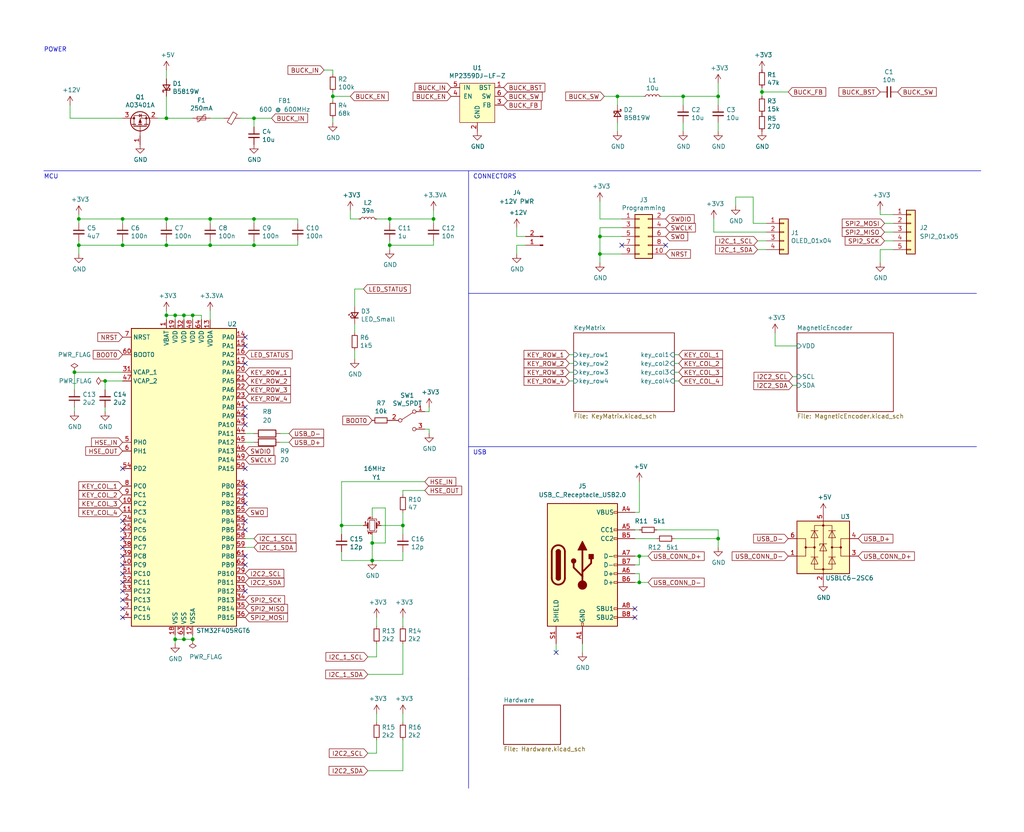
<source format=kicad_sch>
(kicad_sch (version 20230121) (generator eeschema)
  (paper "User" 297.002 241.376)
  (junction (at 48.26 34.29))
  (junction (at 48.26 91.44))
  (junction (at 198.12 27.94))
  (junction (at 185.42 168.91))
  (junction (at 50.8 91.44))
  (junction (at 107.95 157.48))
  (junction (at 35.56 63.5))
  (junction (at 48.26 71.12))
  (junction (at 96.52 27.94))
  (junction (at 185.42 161.29))
  (junction (at 73.66 71.12))
  (junction (at 113.03 71.12))
  (junction (at 48.26 63.5))
  (junction (at 125.73 63.5))
  (junction (at 208.28 27.94))
  (junction (at 73.66 34.29))
  (junction (at 22.86 63.5))
  (junction (at 208.28 156.21))
  (junction (at 60.96 71.12))
  (junction (at 50.8 185.42))
  (junction (at 30.48 110.49))
  (junction (at 55.88 91.44))
  (junction (at 22.86 71.12))
  (junction (at 73.66 63.5))
  (junction (at 35.56 71.12))
  (junction (at 55.88 185.42))
  (junction (at 173.99 68.58))
  (junction (at 173.99 73.66))
  (junction (at 53.34 91.44))
  (junction (at 220.98 26.67))
  (junction (at 107.95 162.56))
  (junction (at 60.96 63.5))
  (junction (at 53.34 185.42))
  (junction (at 113.03 63.5))
  (junction (at 179.07 27.94))
  (junction (at 99.06 152.4))
  (junction (at 21.59 107.95))
  (junction (at 116.84 152.4))
  (no_connect (at 71.12 171.45))
  (no_connect (at 35.56 151.13))
  (no_connect (at 180.34 71.12))
  (no_connect (at 71.12 123.19))
  (no_connect (at 35.56 161.29))
  (no_connect (at 71.12 135.89))
  (no_connect (at 71.12 151.13))
  (no_connect (at 184.15 176.53))
  (no_connect (at 71.12 100.33))
  (no_connect (at 71.12 146.05))
  (no_connect (at 71.12 120.65))
  (no_connect (at 71.12 163.83))
  (no_connect (at 35.56 176.53))
  (no_connect (at 71.12 161.29))
  (no_connect (at 161.29 189.23))
  (no_connect (at 35.56 168.91))
  (no_connect (at 35.56 163.83))
  (no_connect (at 193.04 71.12))
  (no_connect (at 71.12 97.79))
  (no_connect (at 184.15 179.07))
  (no_connect (at 35.56 166.37))
  (no_connect (at 35.56 135.89))
  (no_connect (at 35.56 156.21))
  (no_connect (at 35.56 158.75))
  (no_connect (at 71.12 118.11))
  (no_connect (at 71.12 143.51))
  (no_connect (at 71.12 153.67))
  (no_connect (at 35.56 153.67))
  (no_connect (at 35.56 173.99))
  (no_connect (at 71.12 105.41))
  (no_connect (at 35.56 179.07))
  (no_connect (at 35.56 171.45))
  (no_connect (at 71.12 140.97))
  (wire (pts (xy 185.42 161.29) (xy 187.96 161.29)))
  (wire (pts (xy 101.6 60.96) (xy 101.6 63.5)))
  (wire (pts (xy 60.96 69.85) (xy 60.96 71.12)))
  (wire (pts (xy 152.4 71.12) (xy 149.86 71.12)))
  (wire (pts (xy 102.87 93.98) (xy 102.87 96.52)))
  (wire (pts (xy 81.28 125.73) (xy 83.82 125.73)))
  (wire (pts (xy 107.95 162.56) (xy 116.84 162.56)))
  (wire (pts (xy 60.96 90.17) (xy 60.96 92.71)))
  (wire (pts (xy 96.52 27.94) (xy 96.52 29.21)))
  (wire (pts (xy 73.66 64.77) (xy 73.66 63.5)))
  (wire (pts (xy 81.28 128.27) (xy 83.82 128.27)))
  (polyline (pts (xy 12.7 49.53) (xy 284.48 49.53)))
  (wire (pts (xy 99.06 139.7) (xy 123.19 139.7)))
  (wire (pts (xy 219.71 69.85) (xy 222.25 69.85)))
  (wire (pts (xy 99.06 162.56) (xy 99.06 160.02)))
  (wire (pts (xy 255.27 62.23) (xy 255.27 60.96)))
  (wire (pts (xy 208.28 158.75) (xy 208.28 156.21)))
  (wire (pts (xy 73.66 34.29) (xy 73.66 36.83)))
  (wire (pts (xy 109.22 218.44) (xy 109.22 214.63)))
  (wire (pts (xy 116.84 142.24) (xy 123.19 142.24)))
  (wire (pts (xy 180.34 73.66) (xy 173.99 73.66)))
  (wire (pts (xy 125.73 60.96) (xy 125.73 63.5)))
  (wire (pts (xy 116.84 181.61) (xy 116.84 179.07)))
  (wire (pts (xy 185.42 139.7) (xy 185.42 148.59)))
  (wire (pts (xy 124.46 124.46) (xy 124.46 125.73)))
  (wire (pts (xy 208.28 35.56) (xy 208.28 38.1)))
  (wire (pts (xy 73.66 63.5) (xy 86.36 63.5)))
  (wire (pts (xy 106.68 195.58) (xy 116.84 195.58)))
  (wire (pts (xy 185.42 161.29) (xy 185.42 163.83)))
  (wire (pts (xy 50.8 185.42) (xy 53.34 185.42)))
  (wire (pts (xy 173.99 73.66) (xy 173.99 76.2)))
  (wire (pts (xy 96.52 26.67) (xy 96.52 27.94)))
  (wire (pts (xy 78.74 34.29) (xy 73.66 34.29)))
  (wire (pts (xy 53.34 92.71) (xy 53.34 91.44)))
  (wire (pts (xy 229.87 111.76) (xy 231.14 111.76)))
  (wire (pts (xy 116.84 152.4) (xy 116.84 154.94)))
  (wire (pts (xy 208.28 153.67) (xy 208.28 156.21)))
  (wire (pts (xy 35.56 63.5) (xy 48.26 63.5)))
  (wire (pts (xy 165.1 102.87) (xy 166.37 102.87)))
  (wire (pts (xy 106.68 223.52) (xy 116.84 223.52)))
  (wire (pts (xy 106.68 218.44) (xy 109.22 218.44)))
  (wire (pts (xy 58.42 92.71) (xy 58.42 91.44)))
  (wire (pts (xy 22.86 63.5) (xy 35.56 63.5)))
  (wire (pts (xy 99.06 152.4) (xy 105.41 152.4)))
  (wire (pts (xy 125.73 71.12) (xy 125.73 69.85)))
  (wire (pts (xy 256.54 67.31) (xy 259.08 67.31)))
  (wire (pts (xy 21.59 107.95) (xy 35.56 107.95)))
  (wire (pts (xy 110.49 152.4) (xy 116.84 152.4)))
  (wire (pts (xy 208.28 24.13) (xy 208.28 27.94)))
  (wire (pts (xy 161.29 186.69) (xy 161.29 189.23)))
  (wire (pts (xy 55.88 185.42) (xy 55.88 184.15)))
  (wire (pts (xy 48.26 71.12) (xy 35.56 71.12)))
  (wire (pts (xy 116.84 209.55) (xy 116.84 207.01)))
  (wire (pts (xy 48.26 20.32) (xy 48.26 22.86)))
  (wire (pts (xy 195.58 102.87) (xy 196.85 102.87)))
  (wire (pts (xy 35.56 71.12) (xy 22.86 71.12)))
  (polyline (pts (xy 135.89 85.09) (xy 283.21 85.09)))
  (wire (pts (xy 191.77 27.94) (xy 198.12 27.94)))
  (wire (pts (xy 149.86 68.58) (xy 149.86 66.04)))
  (wire (pts (xy 60.96 63.5) (xy 73.66 63.5)))
  (wire (pts (xy 73.66 156.21) (xy 71.12 156.21)))
  (wire (pts (xy 220.98 26.67) (xy 228.6 26.67)))
  (wire (pts (xy 35.56 69.85) (xy 35.56 71.12)))
  (polyline (pts (xy 135.89 129.54) (xy 283.21 129.54)))
  (wire (pts (xy 116.84 148.59) (xy 116.84 152.4)))
  (wire (pts (xy 109.22 209.55) (xy 109.22 207.01)))
  (wire (pts (xy 220.98 25.4) (xy 220.98 26.67)))
  (wire (pts (xy 165.1 105.41) (xy 166.37 105.41)))
  (wire (pts (xy 105.41 83.82) (xy 102.87 83.82)))
  (wire (pts (xy 175.26 27.94) (xy 179.07 27.94)))
  (wire (pts (xy 111.76 147.32) (xy 111.76 157.48)))
  (wire (pts (xy 179.07 35.56) (xy 179.07 38.1)))
  (wire (pts (xy 207.01 67.31) (xy 222.25 67.31)))
  (wire (pts (xy 190.5 153.67) (xy 208.28 153.67)))
  (wire (pts (xy 55.88 92.71) (xy 55.88 91.44)))
  (wire (pts (xy 30.48 113.03) (xy 30.48 110.49)))
  (wire (pts (xy 99.06 154.94) (xy 99.06 152.4)))
  (wire (pts (xy 48.26 90.17) (xy 48.26 91.44)))
  (wire (pts (xy 96.52 34.29) (xy 96.52 35.56)))
  (wire (pts (xy 116.84 186.69) (xy 116.84 195.58)))
  (wire (pts (xy 93.98 20.32) (xy 96.52 20.32)))
  (wire (pts (xy 173.99 66.04) (xy 173.99 68.58)))
  (wire (pts (xy 195.58 107.95) (xy 196.85 107.95)))
  (wire (pts (xy 195.58 156.21) (xy 208.28 156.21)))
  (wire (pts (xy 48.26 69.85) (xy 48.26 71.12)))
  (wire (pts (xy 220.98 26.67) (xy 220.98 27.94)))
  (wire (pts (xy 53.34 91.44) (xy 55.88 91.44)))
  (wire (pts (xy 198.12 35.56) (xy 198.12 38.1)))
  (wire (pts (xy 48.26 91.44) (xy 50.8 91.44)))
  (wire (pts (xy 218.44 64.77) (xy 222.25 64.77)))
  (wire (pts (xy 184.15 153.67) (xy 185.42 153.67)))
  (wire (pts (xy 208.28 27.94) (xy 208.28 30.48)))
  (wire (pts (xy 73.66 71.12) (xy 60.96 71.12)))
  (wire (pts (xy 60.96 64.77) (xy 60.96 63.5)))
  (wire (pts (xy 48.26 63.5) (xy 60.96 63.5)))
  (wire (pts (xy 35.56 64.77) (xy 35.56 63.5)))
  (wire (pts (xy 102.87 83.82) (xy 102.87 88.9)))
  (wire (pts (xy 124.46 118.11) (xy 124.46 119.38)))
  (wire (pts (xy 116.84 214.63) (xy 116.84 223.52)))
  (wire (pts (xy 113.03 63.5) (xy 125.73 63.5)))
  (wire (pts (xy 231.14 100.33) (xy 224.79 100.33)))
  (wire (pts (xy 86.36 69.85) (xy 86.36 71.12)))
  (wire (pts (xy 184.15 148.59) (xy 185.42 148.59)))
  (wire (pts (xy 109.22 181.61) (xy 109.22 179.07)))
  (wire (pts (xy 55.88 91.44) (xy 58.42 91.44)))
  (wire (pts (xy 173.99 63.5) (xy 173.99 58.42)))
  (wire (pts (xy 213.36 57.15) (xy 218.44 57.15)))
  (wire (pts (xy 113.03 71.12) (xy 125.73 71.12)))
  (wire (pts (xy 198.12 27.94) (xy 198.12 30.48)))
  (wire (pts (xy 113.03 72.39) (xy 113.03 71.12)))
  (wire (pts (xy 123.19 124.46) (xy 124.46 124.46)))
  (wire (pts (xy 53.34 185.42) (xy 55.88 185.42)))
  (wire (pts (xy 107.95 162.56) (xy 99.06 162.56)))
  (polyline (pts (xy 135.89 196.85) (xy 135.89 228.6)))
  (wire (pts (xy 195.58 105.41) (xy 196.85 105.41)))
  (wire (pts (xy 73.66 158.75) (xy 71.12 158.75)))
  (wire (pts (xy 109.22 190.5) (xy 109.22 186.69)))
  (wire (pts (xy 185.42 168.91) (xy 187.96 168.91)))
  (wire (pts (xy 180.34 63.5) (xy 173.99 63.5)))
  (wire (pts (xy 224.79 100.33) (xy 224.79 96.52)))
  (wire (pts (xy 165.1 110.49) (xy 166.37 110.49)))
  (wire (pts (xy 86.36 63.5) (xy 86.36 64.77)))
  (wire (pts (xy 48.26 34.29) (xy 55.88 34.29)))
  (wire (pts (xy 184.15 163.83) (xy 185.42 163.83)))
  (wire (pts (xy 256.54 69.85) (xy 259.08 69.85)))
  (wire (pts (xy 195.58 110.49) (xy 196.85 110.49)))
  (wire (pts (xy 107.95 157.48) (xy 107.95 162.56)))
  (wire (pts (xy 96.52 20.32) (xy 96.52 21.59)))
  (wire (pts (xy 207.01 63.5) (xy 207.01 67.31)))
  (wire (pts (xy 69.85 34.29) (xy 73.66 34.29)))
  (wire (pts (xy 180.34 68.58) (xy 173.99 68.58)))
  (wire (pts (xy 60.96 34.29) (xy 64.77 34.29)))
  (wire (pts (xy 173.99 68.58) (xy 173.99 73.66)))
  (wire (pts (xy 21.59 107.95) (xy 21.59 113.03)))
  (wire (pts (xy 20.32 34.29) (xy 35.56 34.29)))
  (wire (pts (xy 165.1 107.95) (xy 166.37 107.95)))
  (wire (pts (xy 104.14 63.5) (xy 101.6 63.5)))
  (wire (pts (xy 53.34 184.15) (xy 53.34 185.42)))
  (wire (pts (xy 71.12 128.27) (xy 73.66 128.27)))
  (wire (pts (xy 219.71 72.39) (xy 222.25 72.39)))
  (wire (pts (xy 198.12 27.94) (xy 208.28 27.94)))
  (wire (pts (xy 116.84 160.02) (xy 116.84 162.56)))
  (wire (pts (xy 50.8 185.42) (xy 50.8 186.69)))
  (wire (pts (xy 106.68 190.5) (xy 109.22 190.5)))
  (wire (pts (xy 45.72 34.29) (xy 48.26 34.29)))
  (wire (pts (xy 50.8 91.44) (xy 53.34 91.44)))
  (wire (pts (xy 48.26 64.77) (xy 48.26 63.5)))
  (wire (pts (xy 152.4 68.58) (xy 149.86 68.58)))
  (wire (pts (xy 35.56 110.49) (xy 30.48 110.49)))
  (wire (pts (xy 20.32 30.48) (xy 20.32 34.29)))
  (wire (pts (xy 21.59 118.11) (xy 21.59 119.38)))
  (wire (pts (xy 125.73 63.5) (xy 125.73 64.77)))
  (wire (pts (xy 50.8 184.15) (xy 50.8 185.42)))
  (wire (pts (xy 71.12 125.73) (xy 73.66 125.73)))
  (wire (pts (xy 179.07 27.94) (xy 179.07 30.48)))
  (wire (pts (xy 48.26 91.44) (xy 48.26 92.71)))
  (wire (pts (xy 96.52 27.94) (xy 101.6 27.94)))
  (wire (pts (xy 113.03 71.12) (xy 113.03 69.85)))
  (polyline (pts (xy 135.89 49.53) (xy 135.89 196.85)))
  (wire (pts (xy 116.84 143.51) (xy 116.84 142.24)))
  (wire (pts (xy 113.03 63.5) (xy 113.03 64.77)))
  (wire (pts (xy 229.87 109.22) (xy 231.14 109.22)))
  (wire (pts (xy 22.86 62.23) (xy 22.86 63.5)))
  (wire (pts (xy 259.08 62.23) (xy 255.27 62.23)))
  (wire (pts (xy 99.06 139.7) (xy 99.06 152.4)))
  (wire (pts (xy 30.48 118.11) (xy 30.48 119.38)))
  (wire (pts (xy 255.27 72.39) (xy 259.08 72.39)))
  (wire (pts (xy 168.91 186.69) (xy 168.91 189.23)))
  (wire (pts (xy 180.34 66.04) (xy 173.99 66.04)))
  (wire (pts (xy 255.27 76.2) (xy 255.27 72.39)))
  (wire (pts (xy 111.76 157.48) (xy 107.95 157.48)))
  (wire (pts (xy 185.42 166.37) (xy 185.42 168.91)))
  (wire (pts (xy 213.36 59.69) (xy 213.36 57.15)))
  (wire (pts (xy 107.95 149.86) (xy 107.95 147.32)))
  (wire (pts (xy 218.44 57.15) (xy 218.44 64.77)))
  (wire (pts (xy 22.86 73.66) (xy 22.86 71.12)))
  (wire (pts (xy 184.15 156.21) (xy 190.5 156.21)))
  (wire (pts (xy 107.95 147.32) (xy 111.76 147.32)))
  (wire (pts (xy 60.96 71.12) (xy 48.26 71.12)))
  (wire (pts (xy 149.86 71.12) (xy 149.86 73.66)))
  (wire (pts (xy 184.15 168.91) (xy 185.42 168.91)))
  (wire (pts (xy 109.22 63.5) (xy 113.03 63.5)))
  (wire (pts (xy 22.86 63.5) (xy 22.86 64.77)))
  (wire (pts (xy 124.46 119.38) (xy 123.19 119.38)))
  (wire (pts (xy 48.26 27.94) (xy 48.26 34.29)))
  (wire (pts (xy 50.8 92.71) (xy 50.8 91.44)))
  (wire (pts (xy 256.54 64.77) (xy 259.08 64.77)))
  (wire (pts (xy 184.15 161.29) (xy 185.42 161.29)))
  (wire (pts (xy 86.36 71.12) (xy 73.66 71.12)))
  (wire (pts (xy 184.15 166.37) (xy 185.42 166.37)))
  (wire (pts (xy 22.86 71.12) (xy 22.86 69.85)))
  (wire (pts (xy 102.87 101.6) (xy 102.87 104.14)))
  (wire (pts (xy 107.95 154.94) (xy 107.95 157.48)))
  (wire (pts (xy 73.66 69.85) (xy 73.66 71.12)))
  (wire (pts (xy 179.07 27.94) (xy 186.69 27.94)))
  (text "USB" (at 137.16 132.08 0) (effects (font (size 1.27 1.27)) (justify left bottom)))
  (text "POWER" (at 12.7 15.24 0) (effects (font (size 1.27 1.27)) (justify left bottom)))
  (text "CONNECTORS" (at 137.16 52.07 0) (effects (font (size 1.27 1.27)) (justify left bottom)))
  (text "MCU" (at 12.7 52.07 0) (effects (font (size 1.27 1.27)) (justify left bottom)))
  (global_label "KEY_COL_2" (shape input) (at 35.56 143.51 180) (property "Intersheetrefs" "${INTERSHEET_REFS}" (effects hide)))
  (global_label "KEY_COL_3" (shape input) (at 35.56 146.05 180) (property "Intersheetrefs" "${INTERSHEET_REFS}" (effects hide)))
  (global_label "I2C_1_SCL" (shape input) (at 73.66 156.21 0) (property "Intersheetrefs" "${INTERSHEET_REFS}" (effects hide)))
  (global_label "KEY_COL_4" (shape input) (at 35.56 148.59 180) (property "Intersheetrefs" "${INTERSHEET_REFS}" (effects hide)))
  (global_label "KEY_COL_3" (shape input) (at 196.85 107.95 0) (property "Intersheetrefs" "${INTERSHEET_REFS}" (effects hide)))
  (global_label "BUCK_FB" (shape input) (at 146.05 30.48 0) (property "Intersheetrefs" "${INTERSHEET_REFS}" (effects hide)))
  (global_label "BOOT0" (shape input) (at 35.56 102.87 180) (property "Intersheetrefs" "${INTERSHEET_REFS}" (effects hide)))
  (global_label "SWCLK" (shape input) (at 193.04 66.04 0) (property "Intersheetrefs" "${INTERSHEET_REFS}" (effects hide)))
  (global_label "I2C_1_SDA" (shape input) (at 106.68 195.58 180) (property "Intersheetrefs" "${INTERSHEET_REFS}" (effects hide)))
  (global_label "I2C2_SDA" (shape input) (at 106.68 223.52 180) (property "Intersheetrefs" "${INTERSHEET_REFS}" (effects hide)))
  (global_label "BUCK_IN" (shape input) (at 93.98 20.32 180) (property "Intersheetrefs" "${INTERSHEET_REFS}" (effects hide)))
  (global_label "SWO" (shape input) (at 71.12 148.59 0) (property "Intersheetrefs" "${INTERSHEET_REFS}" (effects hide)))
  (global_label "I2C_1_SCL" (shape input) (at 106.68 190.5 180) (property "Intersheetrefs" "${INTERSHEET_REFS}" (effects hide)))
  (global_label "KEY_ROW_1" (shape input) (at 165.1 102.87 180) (property "Intersheetrefs" "${INTERSHEET_REFS}" (effects hide)))
  (global_label "KEY_ROW_4" (shape input) (at 71.12 115.57 0) (property "Intersheetrefs" "${INTERSHEET_REFS}" (effects hide)))
  (global_label "SPI2_MISO" (shape input) (at 256.54 67.31 180) (property "Intersheetrefs" "${INTERSHEET_REFS}" (effects hide)))
  (global_label "BUCK_SW" (shape input) (at 146.05 27.94 0) (property "Intersheetrefs" "${INTERSHEET_REFS}" (effects hide)))
  (global_label "BUCK_SW" (shape input) (at 260.35 26.67 0) (property "Intersheetrefs" "${INTERSHEET_REFS}" (effects hide)))
  (global_label "HSE_OUT" (shape input) (at 35.56 130.81 180) (property "Intersheetrefs" "${INTERSHEET_REFS}" (effects hide)))
  (global_label "BUCK_IN" (shape input) (at 130.81 25.4 180) (property "Intersheetrefs" "${INTERSHEET_REFS}" (effects hide)))
  (global_label "SWDIO" (shape input) (at 71.12 130.81 0) (property "Intersheetrefs" "${INTERSHEET_REFS}" (effects hide)))
  (global_label "USB_D-" (shape input) (at 83.82 125.73 0) (property "Intersheetrefs" "${INTERSHEET_REFS}" (effects hide)))
  (global_label "KEY_ROW_2" (shape input) (at 165.1 105.41 180) (property "Intersheetrefs" "${INTERSHEET_REFS}" (effects hide)))
  (global_label "SPI2_SCK" (shape input) (at 256.54 69.85 180) (property "Intersheetrefs" "${INTERSHEET_REFS}" (effects hide)))
  (global_label "KEY_COL_1" (shape input) (at 35.56 140.97 180) (property "Intersheetrefs" "${INTERSHEET_REFS}" (effects hide)))
  (global_label "SWCLK" (shape input) (at 71.12 133.35 0) (property "Intersheetrefs" "${INTERSHEET_REFS}" (effects hide)))
  (global_label "KEY_ROW_2" (shape input) (at 71.12 110.49 0) (property "Intersheetrefs" "${INTERSHEET_REFS}" (effects hide)))
  (global_label "I2C2_SCL" (shape input) (at 229.87 109.22 180) (property "Intersheetrefs" "${INTERSHEET_REFS}" (effects hide)))
  (global_label "BUCK_FB" (shape input) (at 228.6 26.67 0) (property "Intersheetrefs" "${INTERSHEET_REFS}" (effects hide)))
  (global_label "HSE_IN" (shape input) (at 35.56 128.27 180) (property "Intersheetrefs" "${INTERSHEET_REFS}" (effects hide)))
  (global_label "BUCK_EN" (shape input) (at 130.81 27.94 180) (property "Intersheetrefs" "${INTERSHEET_REFS}" (effects hide)))
  (global_label "I2C2_SDA" (shape input) (at 71.12 168.91 0) (property "Intersheetrefs" "${INTERSHEET_REFS}" (effects hide)))
  (global_label "SPI2_SCK" (shape input) (at 71.12 173.99 0) (property "Intersheetrefs" "${INTERSHEET_REFS}" (effects hide)))
  (global_label "USB_CONN_D+" (shape input) (at 187.96 161.29 0) (property "Intersheetrefs" "${INTERSHEET_REFS}" (effects hide)))
  (global_label "BUCK_IN" (shape input) (at 78.74 34.29 0) (property "Intersheetrefs" "${INTERSHEET_REFS}" (effects hide)))
  (global_label "USB_CONN_D+" (shape input) (at 248.92 161.29 0) (property "Intersheetrefs" "${INTERSHEET_REFS}" (effects hide)))
  (global_label "USB_CONN_D-" (shape input) (at 187.96 168.91 0) (property "Intersheetrefs" "${INTERSHEET_REFS}" (effects hide)))
  (global_label "BUCK_BST" (shape input) (at 146.05 25.4 0) (property "Intersheetrefs" "${INTERSHEET_REFS}" (effects hide)))
  (global_label "USB_D+" (shape input) (at 248.92 156.21 0) (property "Intersheetrefs" "${INTERSHEET_REFS}" (effects hide)))
  (global_label "USB_D-" (shape input) (at 228.6 156.21 180) (property "Intersheetrefs" "${INTERSHEET_REFS}" (effects hide)))
  (global_label "BUCK_EN" (shape input) (at 101.6 27.94 0) (property "Intersheetrefs" "${INTERSHEET_REFS}" (effects hide)))
  (global_label "NRST" (shape input) (at 193.04 73.66 0) (property "Intersheetrefs" "${INTERSHEET_REFS}" (effects hide)))
  (global_label "SPI2_MOSI" (shape input) (at 71.12 179.07 0) (property "Intersheetrefs" "${INTERSHEET_REFS}" (effects hide)))
  (global_label "HSE_IN" (shape input) (at 123.19 139.7 0) (property "Intersheetrefs" "${INTERSHEET_REFS}" (effects hide)))
  (global_label "I2C2_SCL" (shape input) (at 106.68 218.44 180) (property "Intersheetrefs" "${INTERSHEET_REFS}" (effects hide)))
  (global_label "HSE_OUT" (shape input) (at 123.19 142.24 0) (property "Intersheetrefs" "${INTERSHEET_REFS}" (effects hide)))
  (global_label "KEY_ROW_1" (shape input) (at 71.12 107.95 0) (property "Intersheetrefs" "${INTERSHEET_REFS}" (effects hide)))
  (global_label "BUCK_SW" (shape input) (at 175.26 27.94 180) (property "Intersheetrefs" "${INTERSHEET_REFS}" (effects hide)))
  (global_label "KEY_ROW_3" (shape input) (at 165.1 107.95 180) (property "Intersheetrefs" "${INTERSHEET_REFS}" (effects hide)))
  (global_label "KEY_ROW_3" (shape input) (at 71.12 113.03 0) (property "Intersheetrefs" "${INTERSHEET_REFS}" (effects hide)))
  (global_label "I2C_1_SDA" (shape input) (at 219.71 72.39 180) (property "Intersheetrefs" "${INTERSHEET_REFS}" (effects hide)))
  (global_label "I2C2_SDA" (shape input) (at 229.87 111.76 180) (property "Intersheetrefs" "${INTERSHEET_REFS}" (effects hide)))
  (global_label "KEY_COL_2" (shape input) (at 196.85 105.41 0) (property "Intersheetrefs" "${INTERSHEET_REFS}" (effects hide)))
  (global_label "I2C_1_SDA" (shape input) (at 73.66 158.75 0) (property "Intersheetrefs" "${INTERSHEET_REFS}" (effects hide)))
  (global_label "BUCK_BST" (shape input) (at 255.27 26.67 180) (property "Intersheetrefs" "${INTERSHEET_REFS}" (effects hide)))
  (global_label "I2C2_SCL" (shape input) (at 71.12 166.37 0) (property "Intersheetrefs" "${INTERSHEET_REFS}" (effects hide)))
  (global_label "I2C_1_SCL" (shape input) (at 219.71 69.85 180) (property "Intersheetrefs" "${INTERSHEET_REFS}" (effects hide)))
  (global_label "LED_STATUS" (shape input) (at 105.41 83.82 0) (property "Intersheetrefs" "${INTERSHEET_REFS}" (effects hide)))
  (global_label "USB_D+" (shape input) (at 83.82 128.27 0) (property "Intersheetrefs" "${INTERSHEET_REFS}" (effects hide)))
  (global_label "SPI2_MOSI" (shape input) (at 256.54 64.77 180) (property "Intersheetrefs" "${INTERSHEET_REFS}" (effects hide)))
  (global_label "SPI2_MISO" (shape input) (at 71.12 176.53 0) (property "Intersheetrefs" "${INTERSHEET_REFS}" (effects hide)))
  (global_label "NRST" (shape input) (at 35.56 97.79 180) (property "Intersheetrefs" "${INTERSHEET_REFS}" (effects hide)))
  (global_label "SWDIO" (shape input) (at 193.04 63.5 0) (property "Intersheetrefs" "${INTERSHEET_REFS}" (effects hide)))
  (global_label "SWO" (shape input) (at 193.04 68.58 0) (property "Intersheetrefs" "${INTERSHEET_REFS}" (effects hide)))
  (global_label "USB_CONN_D-" (shape input) (at 228.6 161.29 180) (property "Intersheetrefs" "${INTERSHEET_REFS}" (effects hide)))
  (global_label "KEY_COL_4" (shape input) (at 196.85 110.49 0) (property "Intersheetrefs" "${INTERSHEET_REFS}" (effects hide)))
  (global_label "KEY_COL_1" (shape input) (at 196.85 102.87 0) (property "Intersheetrefs" "${INTERSHEET_REFS}" (effects hide)))
  (global_label "KEY_ROW_4" (shape input) (at 165.1 110.49 180) (property "Intersheetrefs" "${INTERSHEET_REFS}" (effects hide)))
  (global_label "LED_STATUS" (shape input) (at 71.12 102.87 0) (property "Intersheetrefs" "${INTERSHEET_REFS}" (effects hide)))
  (global_label "BOOT0" (shape input) (at 107.95 121.92 180) (property "Intersheetrefs" "${INTERSHEET_REFS}" (effects hide)))
  (symbol (lib_id "New Business Card-rescue:STM32F405RGTx-MCU_ST_STM32F4") (at 53.34 138.43 0) (unit 1)
    (property "Reference" "U2" (at 67.31 93.98 0))
    (property "Value" "STM32F405RGT6" (at 64.77 182.88 0))
    (property "Footprint" "Package_QFP:LQFP-64_10x10mm_P0.5mm" (effects hide))
    (property "Datasheet" "http://www.st.com/st-web-ui/static/active/en/resource/technical/document/datasheet/DM00037051.pdf" (effects hide))
    (property "LCSC" "C15742" (effects hide))
    (property "BASIC/EXT" "EXT" (effects hide))
  )
  (symbol (lib_id "power:GND") (at 50.8 186.69 0) (unit 1)
    (property "Reference" "#PWR041" (effects hide))
    (property "Value" "GND" (at 50.927 191.0842 0))
  )
  (symbol (lib_id "New Business Card-rescue:+3.3V-power") (at 48.26 90.17 0) (unit 1)
    (property "Reference" "#PWR026" (effects hide))
    (property "Value" "+3.3V" (at 48.641 85.7758 0))
  )
  (symbol (lib_id "power:+3.3VA") (at 60.96 90.17 0) (unit 1)
    (property "Reference" "#PWR027" (effects hide))
    (property "Value" "+3.3VA" (at 61.341 85.7758 0))
  )
  (symbol (lib_id "Device:C_Small") (at 30.48 115.57 180) (unit 1)
    (property "Reference" "C14" (at 32.8168 114.4016 0) (effects (justify right)))
    (property "Value" "2u2" (at 32.8168 116.713 0) (effects (justify right)))
    (property "Footprint" "Capacitor_SMD:C_0402_1005Metric" (effects hide))
    (property "LCSC" "C12530" (effects hide))
    (property "BASIC/EXT" "BASIC" (effects hide))
    (property "web" "https://jlcpcb.com/partdetail/13164-CL05A225MQ5NSNC/C12530" (effects hide))
  )
  (symbol (lib_id "Device:C_Small") (at 21.59 115.57 180) (unit 1)
    (property "Reference" "C13" (at 23.9268 114.4016 0) (effects (justify right)))
    (property "Value" "2u2" (at 23.9268 116.713 0) (effects (justify right)))
    (property "Footprint" "Capacitor_SMD:C_0402_1005Metric" (effects hide))
    (property "LCSC" "C12530" (effects hide))
    (property "BASIC/EXT" "BASIC" (effects hide))
    (property "web" "https://jlcpcb.com/partdetail/13164-CL05A225MQ5NSNC/C12530" (effects hide))
  )
  (symbol (lib_id "power:GND") (at 21.59 119.38 0) (unit 1)
    (property "Reference" "#PWR031" (effects hide))
    (property "Value" "GND" (at 21.717 123.7742 0))
  )
  (symbol (lib_id "power:GND") (at 30.48 119.38 0) (unit 1)
    (property "Reference" "#PWR032" (effects hide))
    (property "Value" "GND" (at 30.607 123.7742 0))
  )
  (symbol (lib_id "Switch:SW_SPDT") (at 118.11 121.92 0) (unit 1)
    (property "Reference" "SW1" (at 118.11 114.681 0))
    (property "Value" "SW_SPDT" (at 118.11 116.9924 0))
    (property "Footprint" "Connector_PinHeader_2.54mm:PinHeader_1x03_P2.54mm_Vertical" (effects hide))
  )
  (symbol (lib_id "Device:R_Small") (at 110.49 121.92 270) (unit 1)
    (property "Reference" "R7" (at 110.49 116.9416 90))
    (property "Value" "10k" (at 110.49 119.253 90))
    (property "Footprint" "Resistor_SMD:R_0402_1005Metric" (effects hide))
    (property "LCSC" "C25744" (effects hide))
    (property "BASIC/EXT" "BASIC" (effects hide))
    (property "web" "https://jlcpcb.com/parts/componentSearch?searchTxt=C25744" (effects hide))
  )
  (symbol (lib_id "New Business Card-rescue:+3.3V-power") (at 124.46 118.11 0) (unit 1)
    (property "Reference" "#PWR030" (effects hide))
    (property "Value" "+3.3V" (at 124.841 113.7158 0))
  )
  (symbol (lib_id "power:GND") (at 124.46 125.73 0) (unit 1)
    (property "Reference" "#PWR033" (effects hide))
    (property "Value" "GND" (at 124.587 130.1242 0))
  )
  (symbol (lib_id "Device:C_Small") (at 22.86 67.31 0) (unit 1)
    (property "Reference" "C5" (at 25.1968 66.1416 0) (effects (justify left)))
    (property "Value" "4u7" (at 25.1968 68.453 0) (effects (justify left)))
    (property "Footprint" "Capacitor_SMD:C_0402_1005Metric" (effects hide))
    (property "LCSC" "C23733" (effects hide))
    (property "BASIC/EXT" "BASIC" (effects hide))
    (property "web" "https://jlcpcb.com/partdetail/24469-CL05A475MP5NRNC/C23733" (effects hide))
  )
  (symbol (lib_id "Device:C_Small") (at 35.56 67.31 0) (unit 1)
    (property "Reference" "C6" (at 37.8968 66.1416 0) (effects (justify left)))
    (property "Value" "100n" (at 37.8968 68.453 0) (effects (justify left)))
    (property "Footprint" "Capacitor_SMD:C_0402_1005Metric" (effects hide))
    (property "LCSC" "C1523" (effects hide))
    (property "BASIC/EXT" "BASIC" (effects hide))
    (property "web" "https://jlcpcb.com/partdetail/1875-0402B102K500NT/C1523" (effects hide))
  )
  (symbol (lib_id "Device:C_Small") (at 48.26 67.31 0) (unit 1)
    (property "Reference" "C7" (at 50.5968 66.1416 0) (effects (justify left)))
    (property "Value" "100n" (at 50.5968 68.453 0) (effects (justify left)))
    (property "Footprint" "Capacitor_SMD:C_0402_1005Metric" (effects hide))
    (property "LCSC" "C1523" (effects hide))
    (property "BASIC/EXT" "BASIC" (effects hide))
    (property "web" "https://jlcpcb.com/partdetail/1875-0402B102K500NT/C1523" (effects hide))
  )
  (symbol (lib_id "Device:C_Small") (at 60.96 67.31 0) (unit 1)
    (property "Reference" "C8" (at 63.2968 66.1416 0) (effects (justify left)))
    (property "Value" "100n" (at 63.2968 68.453 0) (effects (justify left)))
    (property "Footprint" "Capacitor_SMD:C_0402_1005Metric" (effects hide))
    (property "LCSC" "C1523" (effects hide))
    (property "BASIC/EXT" "BASIC" (effects hide))
    (property "web" "https://jlcpcb.com/partdetail/1875-0402B102K500NT/C1523" (effects hide))
  )
  (symbol (lib_id "Device:C_Small") (at 73.66 67.31 0) (unit 1)
    (property "Reference" "C9" (at 75.9968 66.1416 0) (effects (justify left)))
    (property "Value" "100n" (at 75.9968 68.453 0) (effects (justify left)))
    (property "Footprint" "Capacitor_SMD:C_0402_1005Metric" (effects hide))
    (property "LCSC" "C1523" (effects hide))
    (property "BASIC/EXT" "BASIC" (effects hide))
    (property "web" "https://jlcpcb.com/partdetail/1875-0402B102K500NT/C1523" (effects hide))
  )
  (symbol (lib_id "Device:C_Small") (at 86.36 67.31 0) (unit 1)
    (property "Reference" "C10" (at 88.6968 66.1416 0) (effects (justify left)))
    (property "Value" "100n" (at 88.6968 68.453 0) (effects (justify left)))
    (property "Footprint" "Capacitor_SMD:C_0402_1005Metric" (effects hide))
    (property "LCSC" "C1523" (effects hide))
    (property "BASIC/EXT" "BASIC" (effects hide))
    (property "web" "https://jlcpcb.com/partdetail/1875-0402B102K500NT/C1523" (effects hide))
  )
  (symbol (lib_id "New Business Card-rescue:+3.3V-power") (at 22.86 62.23 0) (unit 1)
    (property "Reference" "#PWR018" (effects hide))
    (property "Value" "+3.3V" (at 23.241 57.8358 0))
  )
  (symbol (lib_id "power:GND") (at 22.86 73.66 0) (unit 1)
    (property "Reference" "#PWR022" (effects hide))
    (property "Value" "GND" (at 22.987 78.0542 0))
  )
  (symbol (lib_id "New Business Card-rescue:MP2359DJ-LF-Z-MySymbols") (at 138.43 30.48 0) (unit 1)
    (property "Reference" "U1" (at 138.43 19.685 0))
    (property "Value" "MP2359DJ-LF-Z" (at 138.43 21.9964 0))
    (property "Footprint" "Package_TO_SOT_SMD:SOT-23-6" (effects hide))
    (property "LCSC" "C2959845" (effects hide))
    (property "BASIC/EXT" "EXT" (effects hide))
  )
  (symbol (lib_id "Device:L_Small") (at 106.68 63.5 90) (unit 1)
    (property "Reference" "L2" (at 106.68 58.801 90))
    (property "Value" "39n" (at 106.68 61.1124 90))
    (property "Footprint" "Inductor_SMD:L_0402_1005Metric" (effects hide))
    (property "BASIC/EXT" "EXT" (effects hide))
    (property "LCSC" "C913698" (effects hide))
  )
  (symbol (lib_id "New Business Card-rescue:+3.3V-power") (at 101.6 60.96 0) (unit 1)
    (property "Reference" "#PWR015" (effects hide))
    (property "Value" "+3.3V" (at 101.981 56.5658 0))
  )
  (symbol (lib_id "power:GND") (at 138.43 38.1 0) (unit 1)
    (property "Reference" "#PWR06" (effects hide))
    (property "Value" "GND" (at 138.557 42.4942 0))
  )
  (symbol (lib_id "power:+12V") (at 20.32 30.48 0) (unit 1)
    (property "Reference" "#PWR04" (effects hide))
    (property "Value" "+12V" (at 20.701 26.0858 0))
  )
  (symbol (lib_id "Device:C_Small") (at 113.03 67.31 0) (unit 1)
    (property "Reference" "C11" (at 115.3668 66.1416 0) (effects (justify left)))
    (property "Value" "1u" (at 115.3668 68.453 0) (effects (justify left)))
    (property "Footprint" "Capacitor_SMD:C_0402_1005Metric" (effects hide))
    (property "LCSC" "C52923" (effects hide))
    (property "BASIC/EXT" "BASIC" (effects hide))
    (property "web" "https://jlcpcb.com/partdetail/53938-CL05A105KA5NQNC/C52923" (effects hide))
  )
  (symbol (lib_id "Device:C_Small") (at 125.73 67.31 0) (unit 1)
    (property "Reference" "C12" (at 128.0668 66.1416 0) (effects (justify left)))
    (property "Value" "10n" (at 128.0668 68.453 0) (effects (justify left)))
    (property "Footprint" "Capacitor_SMD:C_0603_1608Metric" (effects hide))
    (property "LCSC" "C57112" (effects hide))
    (property "BASIC/EXT" "BASIC" (effects hide))
    (property "web" "https://jlcpcb.com/partdetail/58143-0603B103K500NT/C57112" (effects hide))
  )
  (symbol (lib_id "power:GND") (at 113.03 72.39 0) (unit 1)
    (property "Reference" "#PWR021" (effects hide))
    (property "Value" "GND" (at 113.157 76.7842 0))
  )
  (symbol (lib_id "Transistor_FET:AO3401A") (at 40.64 36.83 90) (unit 1)
    (property "Reference" "Q1" (at 40.64 28.1432 90))
    (property "Value" "AO3401A" (at 40.64 30.4546 90))
    (property "Footprint" "Package_TO_SOT_SMD:SOT-23" (effects hide))
    (property "Datasheet" "http://www.aosmd.com/pdfs/datasheet/AO3401A.pdf" (effects hide))
    (property "LCSC" "C15127" (effects hide))
    (property "BASIC/EXT" "BASIC" (effects hide))
  )
  (symbol (lib_id "power:GND") (at 40.64 41.91 0) (unit 1)
    (property "Reference" "#PWR011" (effects hide))
    (property "Value" "GND" (at 40.767 46.3042 0))
  )
  (symbol (lib_id "power:+3.3VA") (at 125.73 60.96 0) (unit 1)
    (property "Reference" "#PWR016" (effects hide))
    (property "Value" "+3.3VA" (at 126.111 56.5658 0))
  )
  (symbol (lib_id "Device:Crystal_GND24_Small") (at 107.95 152.4 0) (unit 1)
    (property "Reference" "Y1" (at 107.95 138.43 0) (effects (justify left)))
    (property "Value" "16MHz" (at 105.41 135.89 0) (effects (justify left)))
    (property "Footprint" "Oscillator:Oscillator_SMD_EuroQuartz_XO32-4Pin_3.2x2.5mm" (effects hide))
    (property "LCSC" "C13738" (effects hide))
    (property "BASIC/EXT" "BASIC" (effects hide))
  )
  (symbol (lib_id "Device:C_Small") (at 116.84 157.48 180) (unit 1)
    (property "Reference" "C16" (at 119.1768 156.3116 0) (effects (justify right)))
    (property "Value" "12p" (at 119.1768 158.623 0) (effects (justify right)))
    (property "Footprint" "Capacitor_SMD:C_0402_1005Metric" (effects hide))
    (property "LCSC" "C1547" (effects hide))
    (property "BASIC/EXT" "BASIC" (effects hide))
    (property "web" "https://jlcpcb.com/partdetail/1899-0402CG120J500NT/C1547" (effects hide))
  )
  (symbol (lib_id "Device:C_Small") (at 99.06 157.48 180) (unit 1)
    (property "Reference" "C15" (at 101.3968 156.3116 0) (effects (justify right)))
    (property "Value" "12p" (at 101.3968 158.623 0) (effects (justify right)))
    (property "Footprint" "Capacitor_SMD:C_0402_1005Metric" (effects hide))
    (property "LCSC" "C1547" (effects hide))
    (property "BASIC/EXT" "BASIC" (effects hide))
    (property "web" "https://jlcpcb.com/partdetail/1899-0402CG120J500NT/C1547" (effects hide))
  )
  (symbol (lib_id "power:GND") (at 107.95 162.56 0) (unit 1)
    (property "Reference" "#PWR037" (effects hide))
    (property "Value" "GND" (at 108.077 166.9542 0))
  )
  (symbol (lib_id "New Business Card-rescue:Ferrite_Bead_Small-Device") (at 67.31 34.29 270) (unit 1)
    (property "Reference" "FB1" (at 82.55 29.21 90))
    (property "Value" "600 @ 600MHz" (at 82.55 31.75 90))
    (property "Footprint" "Diode_SMD:D_0805_2012Metric" (effects hide))
    (property "LCSC" "C1017" (effects hide))
    (property "BASIC/EXT" "BASIC" (effects hide))
    (property "web" "https://jlcpcb.com/partdetail/Sunlord-GZ2012D601TF/C1017" (effects hide))
  )
  (symbol (lib_id "Device:C_Small") (at 73.66 39.37 0) (unit 1)
    (property "Reference" "C4" (at 75.9968 38.2016 0) (effects (justify left)))
    (property "Value" "10u" (at 75.9968 40.513 0) (effects (justify left)))
    (property "Footprint" "Capacitor_SMD:C_0805_2012Metric" (effects hide))
    (property "LCSC" "C15850" (effects hide))
    (property "BASIC/EXT" "BASIC" (effects hide))
    (property "web" "https://jlcpcb.com/partdetail/16532-CL21A106KAYNNNE/C15850" (effects hide))
  )
  (symbol (lib_id "power:GND") (at 73.66 41.91 0) (unit 1)
    (property "Reference" "#PWR012" (effects hide))
    (property "Value" "GND" (at 73.787 46.3042 0))
  )
  (symbol (lib_id "Device:R_Small") (at 116.84 146.05 180) (unit 1)
    (property "Reference" "R10" (at 118.3386 144.8816 0) (effects (justify right)))
    (property "Value" "47" (at 118.3386 147.193 0) (effects (justify right)))
    (property "Footprint" "Resistor_SMD:R_0402_1005Metric" (effects hide))
    (property "LCSC" "C25118" (effects hide))
    (property "BASIC/EXT" "BASIC" (effects hide))
    (property "web" "https://jlcpcb.com/partdetail/18401-0805W8F4702T5E/C17713" (effects hide))
  )
  (symbol (lib_id "Device:R_Small") (at 96.52 24.13 0) (unit 1)
    (property "Reference" "R2" (at 98.0186 22.9616 0) (effects (justify left)))
    (property "Value" "100k" (at 98.0186 25.273 0) (effects (justify left)))
    (property "Footprint" "Resistor_SMD:R_1206_3216Metric" (effects hide))
    (property "LCSC" "C17900" (effects hide))
    (property "BASIC/EXT" "BASIC" (effects hide))
    (property "web" "https://jlcpcb.com/partdetail/26487-0402WGF1002TCE/C25744" (effects hide))
  )
  (symbol (lib_id "Device:R_Small") (at 96.52 31.75 0) (unit 1)
    (property "Reference" "R4" (at 98.0186 30.5816 0) (effects (justify left)))
    (property "Value" "68k" (at 98.0186 32.893 0) (effects (justify left)))
    (property "Footprint" "Resistor_SMD:R_0402_1005Metric" (effects hide))
    (property "LCSC" "C36871" (effects hide))
    (property "BASIC/EXT" "BASIC" (effects hide))
    (property "web" "https://jlcpcb.com/parts/componentSearch?searchTxt=C36871" (effects hide))
  )
  (symbol (lib_id "power:GND") (at 96.52 35.56 0) (unit 1)
    (property "Reference" "#PWR05" (effects hide))
    (property "Value" "GND" (at 96.647 39.9542 0))
  )
  (symbol (lib_id "Device:C_Small") (at 257.81 26.67 270) (unit 1)
    (property "Reference" "C1" (at 257.81 20.8534 90))
    (property "Value" "10n" (at 257.81 23.1648 90))
    (property "Footprint" "Capacitor_SMD:C_0603_1608Metric" (effects hide))
    (property "LCSC" "C57112" (effects hide))
    (property "BASIC/EXT" "BASIC" (effects hide))
    (property "web" "https://jlcpcb.com/partdetail/58143-0603B103K500NT/C57112" (effects hide))
  )
  (symbol (lib_id "Device:D_Schottky_Small") (at 179.07 33.02 270) (unit 1)
    (property "Reference" "D2" (at 180.848 31.8516 90) (effects (justify left)))
    (property "Value" "B5819W" (at 180.848 34.163 90) (effects (justify left)))
    (property "Footprint" "Diode_SMD:D_SOD-123" (effects hide))
    (property "LCSC" "C8598" (effects hide))
    (property "BASIC/EXT" "BASIC" (effects hide))
    (property "web" "https://jlcpcb.com/partdetail/9093-B5819WSL/C8598" (effects hide))
  )
  (symbol (lib_id "power:GND") (at 179.07 38.1 0) (unit 1)
    (property "Reference" "#PWR07" (effects hide))
    (property "Value" "GND" (at 179.197 42.4942 0))
  )
  (symbol (lib_id "Device:L_Small") (at 189.23 27.94 90) (unit 1)
    (property "Reference" "L1" (at 189.23 23.241 90))
    (property "Value" "10u" (at 189.23 25.5524 90))
    (property "Footprint" "Inductor_SMD:L_Sunlord_SWPA252010S" (effects hide))
    (property "BASIC/EXT" "EXT" (effects hide))
    (property "LCSC" "C96806" (effects hide))
  )
  (symbol (lib_id "Device:C_Small") (at 198.12 33.02 180) (unit 1)
    (property "Reference" "C2" (at 200.4568 31.8516 0) (effects (justify right)))
    (property "Value" "10u" (at 200.4568 34.163 0) (effects (justify right)))
    (property "Footprint" "Capacitor_SMD:C_0805_2012Metric" (effects hide))
    (property "LCSC" "C15850" (effects hide))
    (property "BASIC/EXT" "BASIC" (effects hide))
    (property "web" "https://jlcpcb.com/partdetail/16532-CL21A106KAYNNNE/C15850" (effects hide))
  )
  (symbol (lib_id "Device:C_Small") (at 208.28 33.02 180) (unit 1)
    (property "Reference" "C3" (at 210.6168 31.8516 0) (effects (justify right)))
    (property "Value" "10u" (at 210.6168 34.163 0) (effects (justify right)))
    (property "Footprint" "Capacitor_SMD:C_0805_2012Metric" (effects hide))
    (property "LCSC" "C15850" (effects hide))
    (property "BASIC/EXT" "BASIC" (effects hide))
    (property "web" "https://jlcpcb.com/partdetail/16532-CL21A106KAYNNNE/C15850" (effects hide))
  )
  (symbol (lib_id "power:GND") (at 198.12 38.1 0) (unit 1)
    (property "Reference" "#PWR08" (effects hide))
    (property "Value" "GND" (at 198.247 42.4942 0))
  )
  (symbol (lib_id "power:GND") (at 208.28 38.1 0) (unit 1)
    (property "Reference" "#PWR09" (effects hide))
    (property "Value" "GND" (at 208.407 42.4942 0))
  )
  (symbol (lib_id "New Business Card-rescue:+3.3V-power") (at 208.28 24.13 0) (unit 1)
    (property "Reference" "#PWR03" (effects hide))
    (property "Value" "+3.3V" (at 208.661 19.7358 0))
  )
  (symbol (lib_id "New Business Card-rescue:+3.3V-power") (at 220.98 20.32 0) (unit 1)
    (property "Reference" "#PWR02" (effects hide))
    (property "Value" "+3.3V" (at 221.361 15.9258 0))
  )
  (symbol (lib_id "Device:R_Small") (at 220.98 22.86 0) (unit 1)
    (property "Reference" "R1" (at 222.4786 21.6916 0) (effects (justify left)))
    (property "Value" "47k" (at 222.4786 24.003 0) (effects (justify left)))
    (property "Footprint" "Resistor_SMD:R_0805_2012Metric" (effects hide))
    (property "LCSC" "C17713" (effects hide))
    (property "BASIC/EXT" "BASIC" (effects hide))
    (property "web" "https://jlcpcb.com/partdetail/18401-0805W8F4702T5E/C17713" (effects hide))
  )
  (symbol (lib_id "Device:R_Small") (at 220.98 30.48 0) (unit 1)
    (property "Reference" "R3" (at 222.4786 29.3116 0) (effects (justify left)))
    (property "Value" "15k" (at 222.4786 31.623 0) (effects (justify left)))
    (property "Footprint" "Resistor_SMD:R_0402_1005Metric" (effects hide))
    (property "LCSC" "C25756" (effects hide))
    (property "BASIC/EXT" "BASIC" (effects hide))
    (property "web" "https://jlcpcb.com/parts/componentSearch?searchTxt=C25756" (effects hide))
  )
  (symbol (lib_id "Device:R_Small") (at 220.98 35.56 0) (unit 1)
    (property "Reference" "R5" (at 222.4786 34.3916 0) (effects (justify left)))
    (property "Value" "270" (at 222.4786 36.703 0) (effects (justify left)))
    (property "Footprint" "Resistor_SMD:R_0603_1608Metric" (effects hide))
    (property "LCSC" "C22966" (effects hide))
    (property "BASIC/EXT" "BASIC" (effects hide))
    (property "web" "https://jlcpcb.com/parts/componentSearch?searchTxt=C22966" (effects hide))
  )
  (symbol (lib_id "power:GND") (at 220.98 38.1 0) (unit 1)
    (property "Reference" "#PWR010" (effects hide))
    (property "Value" "GND" (at 221.107 42.4942 0))
  )
  (symbol (lib_id "Device:LED_Small") (at 102.87 91.44 90) (unit 1)
    (property "Reference" "D3" (at 104.648 90.2716 90) (effects (justify right)))
    (property "Value" "LED_Small" (at 104.648 92.583 90) (effects (justify right)))
    (property "Footprint" "LED_SMD:LED_0805_2012Metric" (effects hide))
    (property "LCSC" "C2297" (effects hide))
    (property "BASIC/EXT" "BASIC" (effects hide))
    (property "web" "https://jlcpcb.com/parts/2nd/Optocoupler_LED_Digital_Tube_Photoelectric_Device/Light_Emitting_Diodes_(LED)_104" (effects hide))
  )
  (symbol (lib_id "Device:R_Small") (at 102.87 99.06 180) (unit 1)
    (property "Reference" "R6" (at 104.3686 97.8916 0) (effects (justify right)))
    (property "Value" "1k5" (at 104.3686 100.203 0) (effects (justify right)))
    (property "Footprint" "Resistor_SMD:R_0402_1005Metric" (effects hide))
    (property "LCSC" "C25867" (effects hide))
    (property "BASIC/EXT" "BASIC" (effects hide))
    (property "web" "https://jlcpcb.com/parts/componentSearch?searchTxt=C25867" (effects hide))
  )
  (symbol (lib_id "power:GND") (at 102.87 104.14 0) (unit 1)
    (property "Reference" "#PWR029" (effects hide))
    (property "Value" "GND" (at 102.997 108.5342 0))
  )
  (symbol (lib_id "New Business Card-rescue:Conn_01x02_Male-Connector") (at 157.48 71.12 180) (unit 1)
    (property "Reference" "J4" (at 151.13 55.88 0) (effects (justify left)))
    (property "Value" "+12V PWR" (at 154.94 58.42 0) (effects (justify left)))
    (property "Footprint" "Connector_PinHeader_2.54mm:PinHeader_1x02_P2.54mm_Vertical" (effects hide))
  )
  (symbol (lib_id "power:GND") (at 149.86 73.66 0) (unit 1)
    (property "Reference" "#PWR023" (effects hide))
    (property "Value" "GND" (at 149.987 78.0542 0))
  )
  (symbol (lib_id "power:+12V") (at 149.86 66.04 0) (unit 1)
    (property "Reference" "#PWR020" (effects hide))
    (property "Value" "+12V" (at 150.241 61.6458 0))
  )
  (symbol (lib_id "Connector_Generic:Conn_02x05_Odd_Even") (at 185.42 68.58 0) (unit 1)
    (property "Reference" "J3" (at 186.69 57.9882 0))
    (property "Value" "Programming" (at 186.69 60.2996 0))
    (property "Footprint" "Connector_PinSocket_1.27mm:PinSocket_2x05_P1.27mm_Vertical" (effects hide))
  )
  (symbol (lib_id "New Business Card-rescue:+3.3V-power") (at 173.99 58.42 0) (unit 1)
    (property "Reference" "#PWR013" (effects hide))
    (property "Value" "+3.3V" (at 174.371 54.0258 0))
  )
  (symbol (lib_id "power:GND") (at 173.99 76.2 0) (unit 1)
    (property "Reference" "#PWR024" (effects hide))
    (property "Value" "GND" (at 174.117 80.5942 0))
  )
  (symbol (lib_id "Device:R_Small") (at 109.22 184.15 180) (unit 1)
    (property "Reference" "R13" (at 110.7186 182.9816 0) (effects (justify right)))
    (property "Value" "2k2" (at 110.7186 185.293 0) (effects (justify right)))
    (property "Footprint" "Resistor_SMD:R_0402_1005Metric" (effects hide))
    (property "LCSC" "C25879" (effects hide))
    (property "BASIC/EXT" "BASIC" (effects hide))
  )
  (symbol (lib_id "Device:R_Small") (at 116.84 184.15 180) (unit 1)
    (property "Reference" "R14" (at 118.3386 182.9816 0) (effects (justify right)))
    (property "Value" "2k2" (at 118.3386 185.293 0) (effects (justify right)))
    (property "Footprint" "Resistor_SMD:R_0402_1005Metric" (effects hide))
    (property "LCSC" "C25879" (effects hide))
    (property "BASIC/EXT" "BASIC" (effects hide))
  )
  (symbol (lib_id "New Business Card-rescue:+3.3V-power") (at 109.22 179.07 0) (unit 1)
    (property "Reference" "#PWR039" (effects hide))
    (property "Value" "+3.3V" (at 109.601 174.6758 0))
  )
  (symbol (lib_id "New Business Card-rescue:+3.3V-power") (at 116.84 179.07 0) (unit 1)
    (property "Reference" "#PWR040" (effects hide))
    (property "Value" "+3.3V" (at 117.221 174.6758 0))
  )
  (symbol (lib_id "Connector_Generic:Conn_01x04") (at 227.33 67.31 0) (unit 1)
    (property "Reference" "J1" (at 229.362 67.5132 0) (effects (justify left)))
    (property "Value" "OLED_01x04" (at 229.362 69.8246 0) (effects (justify left)))
    (property "Footprint" "Bussinesscard:GM009606v42" (effects hide))
  )
  (symbol (lib_id "Power_Protection:USBLC6-2SC6") (at 238.76 158.75 0) (unit 1)
    (property "Reference" "U3" (at 245.11 149.86 0))
    (property "Value" "USBLC6-2SC6" (at 246.38 167.64 0))
    (property "Footprint" "Package_TO_SOT_SMD:SOT-23-6" (effects hide))
    (property "Datasheet" "https://www.st.com/resource/en/datasheet/usblc6-2.pdf" (effects hide))
    (property "LCSC" "C2687116" (effects hide))
    (property "BASIC/EXT" "EXT" (effects hide))
  )
  (symbol (lib_id "Device:D_Schottky_Small") (at 48.26 25.4 90) (unit 1)
    (property "Reference" "D1" (at 50.038 24.2316 90) (effects (justify right)))
    (property "Value" "B5819W" (at 50.038 26.543 90) (effects (justify right)))
    (property "Footprint" "Diode_SMD:D_SOD-123" (effects hide))
    (property "LCSC" "C8598" (effects hide))
    (property "BASIC/EXT" "BASIC" (effects hide))
    (property "web" "https://jlcpcb.com/partdetail/9093-B5819WSL/C8598" (effects hide))
  )
  (symbol (lib_id "power:+5V") (at 48.26 20.32 0) (unit 1)
    (property "Reference" "#PWR01" (effects hide))
    (property "Value" "+5V" (at 48.641 15.9258 0))
  )
  (symbol (lib_id "power:+5V") (at 238.76 148.59 0) (unit 1)
    (property "Reference" "#PWR035" (effects hide))
    (property "Value" "+5V" (at 239.141 144.1958 0))
  )
  (symbol (lib_id "power:GND") (at 238.76 168.91 0) (unit 1)
    (property "Reference" "#PWR038" (effects hide))
    (property "Value" "GND" (at 238.887 173.3042 0))
  )
  (symbol (lib_id "New Business Card-rescue:+3.3V-power") (at 109.22 207.01 0) (unit 1)
    (property "Reference" "#PWR044" (effects hide))
    (property "Value" "+3.3V" (at 109.601 202.6158 0))
  )
  (symbol (lib_id "Device:R") (at 77.47 128.27 90) (unit 1)
    (property "Reference" "R9" (at 82.55 130.81 90))
    (property "Value" "20" (at 82.55 133.35 90))
    (property "Footprint" "Resistor_SMD:R_0603_1608Metric" (effects hide))
    (property "LCSC" "C22950" (effects hide))
    (property "BASIC/EXT" "BASIC" (effects hide))
  )
  (symbol (lib_id "New Business Card-rescue:+3.3V-power") (at 116.84 207.01 0) (unit 1)
    (property "Reference" "#PWR045" (effects hide))
    (property "Value" "+3.3V" (at 117.221 202.6158 0))
  )
  (symbol (lib_id "power:GND") (at 208.28 158.75 0) (unit 1)
    (property "Reference" "#PWR036" (effects hide))
    (property "Value" "GND" (at 208.407 163.1442 0))
  )
  (symbol (lib_id "Device:R_Small") (at 193.04 156.21 270) (unit 1)
    (property "Reference" "R12" (at 191.77 158.75 90) (effects (justify right)))
    (property "Value" "5k1" (at 196.85 158.75 90) (effects (justify right)))
    (property "Footprint" "Resistor_SMD:R_0805_2012Metric" (effects hide))
    (property "LCSC" "C27834" (effects hide))
    (property "BASIC/EXT" "BASIC" (effects hide))
  )
  (symbol (lib_id "power:GND") (at 255.27 76.2 0) (unit 1)
    (property "Reference" "#PWR025" (effects hide))
    (property "Value" "GND" (at 255.397 80.5942 0))
  )
  (symbol (lib_id "New Business Card-rescue:+3.3V-power") (at 255.27 60.96 0) (unit 1)
    (property "Reference" "#PWR017" (effects hide))
    (property "Value" "+3.3V" (at 255.651 56.5658 0))
  )
  (symbol (lib_id "Device:R") (at 77.47 125.73 90) (unit 1)
    (property "Reference" "R8" (at 77.47 119.38 90))
    (property "Value" "20" (at 77.47 121.92 90))
    (property "Footprint" "Resistor_SMD:R_0603_1608Metric" (effects hide))
    (property "LCSC" "C22950" (effects hide))
    (property "BASIC/EXT" "BASIC" (effects hide))
  )
  (symbol (lib_id "power:+5V") (at 185.42 139.7 0) (unit 1)
    (property "Reference" "#PWR034" (effects hide))
    (property "Value" "+5V" (at 185.801 135.3058 0))
  )
  (symbol (lib_id "power:GND") (at 213.36 59.69 0) (unit 1)
    (property "Reference" "#PWR014" (effects hide))
    (property "Value" "GND" (at 213.487 64.0842 0))
  )
  (symbol (lib_id "Device:Polyfuse_Small") (at 58.42 34.29 270) (unit 1)
    (property "Reference" "F1" (at 58.42 29.083 90))
    (property "Value" "250mA" (at 58.42 31.3944 90))
    (property "Footprint" "Fuse:Fuse_2920_7451Metric" (effects hide))
    (property "LCSC" "C192524" (effects hide))
    (property "BASIC/EXT" "EXT" (effects hide))
    (property "web" "https://jlcpcb.com/parts/componentSearch?searchTxt=C192524" (effects hide))
  )
  (symbol (lib_id "Device:R_Small") (at 109.22 212.09 180) (unit 1)
    (property "Reference" "R15" (at 110.7186 210.9216 0) (effects (justify right)))
    (property "Value" "2k2" (at 110.7186 213.233 0) (effects (justify right)))
    (property "Footprint" "Resistor_SMD:R_0402_1005Metric" (effects hide))
    (property "LCSC" "C25879" (effects hide))
    (property "BASIC/EXT" "BASIC" (effects hide))
  )
  (symbol (lib_id "New Business Card-rescue:+3.3V-power") (at 224.79 96.52 0) (unit 1)
    (property "Reference" "#PWR028" (effects hide))
    (property "Value" "+3.3V" (at 225.171 92.1258 0))
  )
  (symbol (lib_id "power:PWR_FLAG") (at 21.59 107.95 0) (unit 1)
    (property "Reference" "#FLG06" (effects hide))
    (property "Value" "PWR_FLAG" (at 21.59 102.87 0))
  )
  (symbol (lib_id "power:GND") (at 168.91 189.23 0) (unit 1)
    (property "Reference" "#PWR043" (effects hide))
    (property "Value" "GND" (at 169.037 193.6242 0))
  )
  (symbol (lib_id "Connector:USB_C_Receptacle_USB2.0") (at 168.91 163.83 0) (unit 1)
    (property "Reference" "J5" (at 168.91 140.97 0))
    (property "Value" "USB_C_Receptacle_USB2.0" (at 168.91 143.51 0))
    (property "Footprint" "Connector_USB:USB_C_Receptacle_HRO_TYPE-C-31-M-12" (effects hide))
    (property "LCSC" "C165948" (effects hide))
    (property "BASIC/EXT" "EXT" (effects hide))
    (property "web" "https://jlcpcb.com/partdetail/Korean_HropartsElec-TYPE_C_31_M12/C165948" (effects hide))
  )
  (symbol (lib_id "New Business Card-rescue:+3.3V-power") (at 207.01 63.5 0) (unit 1)
    (property "Reference" "#PWR019" (effects hide))
    (property "Value" "+3.3V" (at 207.391 59.1058 0))
  )
  (symbol (lib_id "Device:R_Small") (at 187.96 153.67 270) (unit 1)
    (property "Reference" "R11" (at 187.96 151.13 90) (effects (justify right)))
    (property "Value" "5k1" (at 193.04 151.13 90) (effects (justify right)))
    (property "Footprint" "Resistor_SMD:R_0805_2012Metric" (effects hide))
    (property "LCSC" "C27834" (effects hide))
    (property "BASIC/EXT" "BASIC" (effects hide))
  )
  (symbol (lib_id "Connector_Generic:Conn_01x05") (at 264.16 67.31 0) (unit 1)
    (property "Reference" "J2" (at 266.7 66.04 0) (effects (justify left)))
    (property "Value" "SPI2_01x05" (at 266.7 68.58 0) (effects (justify left)))
    (property "Footprint" "Connector_PinHeader_2.54mm:PinHeader_1x05_P2.54mm_Vertical" (effects hide))
  )
  (symbol (lib_id "Device:R_Small") (at 116.84 212.09 180) (unit 1)
    (property "Reference" "R16" (at 118.3386 210.9216 0) (effects (justify right)))
    (property "Value" "2k2" (at 118.3386 213.233 0) (effects (justify right)))
    (property "Footprint" "Resistor_SMD:R_0402_1005Metric" (effects hide))
    (property "LCSC" "C25879" (effects hide))
    (property "BASIC/EXT" "BASIC" (effects hide))
  )
  (symbol (lib_id "power:PWR_FLAG") (at 55.88 185.42 180) (unit 1)
    (property "Reference" "#FLG05" (effects hide))
    (property "Value" "PWR_FLAG" (at 59.69 190.5 0))
  )
  (symbol (lib_id "power:PWR_FLAG") (at 30.48 110.49 90) (unit 1)
    (property "Reference" "#FLG07" (effects hide))
    (property "Value" "PWR_FLAG" (at 26.67 110.49 90) (effects (justify left)))
  )
  (sheet (at 146.05 204.47) (size 16.51 11.43) (stroke (width 0.1524))
    (property "Sheetname" "Hardware" (at 146.05 203.7584 0) (effects (justify left bottom)))
    (property "Sheetfile" "Hardware.kicad_sch" (at 146.05 216.4846 0) (effects (justify left top)))
  )
  (sheet (at 166.37 96.52) (size 29.21 22.86) (stroke (width 0.1524))
    (property "Sheetname" "KeyMatrix" (at 166.37 95.8084 0) (effects (justify left bottom)))
    (property "Sheetfile" "KeyMatrix.kicad_sch" (at 166.37 119.9646 0) (effects (justify left top)))
    (pin "key_col3" input (at 195.58 107.95 0))
    (pin "key_col4" input (at 195.58 110.49 0))
    (pin "key_col2" input (at 195.58 105.41 0))
    (pin "key_row1" input (at 166.37 102.87 180))
    (pin "key_row2" input (at 166.37 105.41 180))
    (pin "key_col1" input (at 195.58 102.87 0))
    (pin "key_row3" input (at 166.37 107.95 180))
    (pin "key_row4" input (at 166.37 110.49 180))
  )
  (sheet (at 231.14 96.52) (size 27.94 22.86) (stroke (width 0.1524))
    (property "Sheetname" "MagneticEncoder" (at 231.14 95.8084 0) (effects (justify left bottom)))
    (property "Sheetfile" "MagneticEncoder.kicad_sch" (at 231.14 119.9646 0) (effects (justify left top)))
    (pin "VDD" input (at 231.14 100.33 180))
    (pin "SCL" input (at 231.14 109.22 180))
    (pin "SDA" input (at 231.14 111.76 180))
  )
)
</source>
